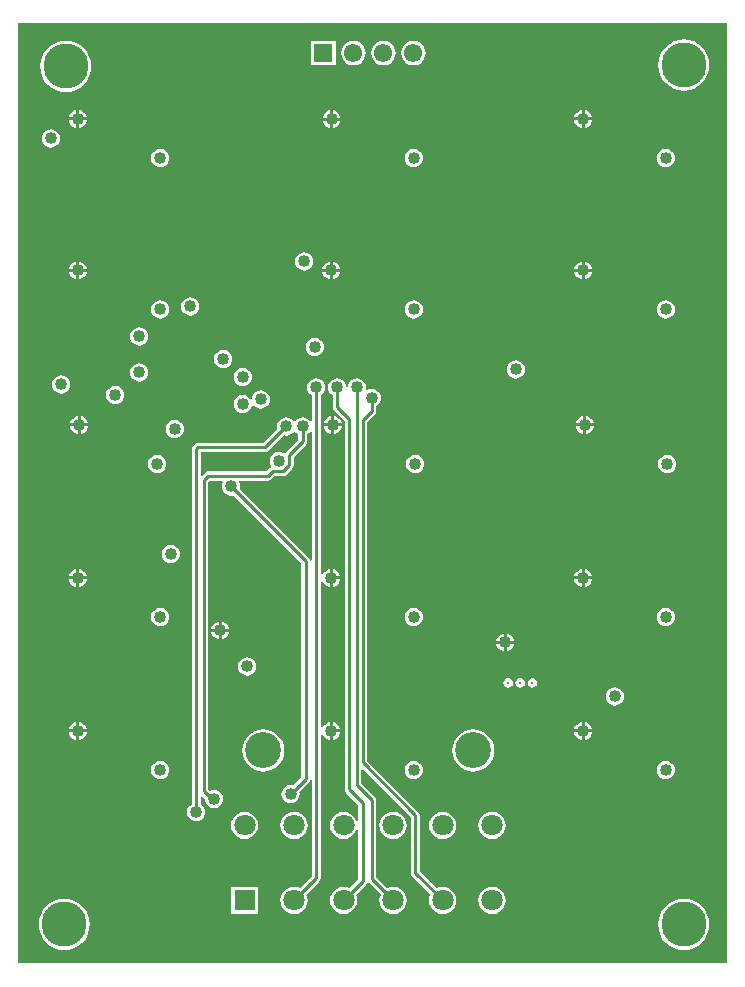
<source format=gbr>
%TF.GenerationSoftware,Altium Limited,Altium Designer,20.0.9 (164)*%
G04 Layer_Physical_Order=2*
G04 Layer_Color=36540*
%FSLAX26Y26*%
%MOIN*%
%TF.FileFunction,Copper,L2,Inr,Signal*%
%TF.Part,Single*%
G01*
G75*
%TA.AperFunction,Conductor*%
%ADD14C,0.010000*%
%TA.AperFunction,ComponentPad*%
%ADD16C,0.070866*%
%ADD17R,0.070866X0.070866*%
%ADD18C,0.119685*%
%ADD19C,0.011811*%
%ADD20R,0.061024X0.061024*%
%ADD21C,0.061024*%
%TA.AperFunction,ViaPad*%
%ADD22C,0.040000*%
%ADD23C,0.150000*%
G36*
X3640000Y5000D02*
X3640381Y4619D01*
X3638467Y0D01*
X1275000D01*
Y3135000D01*
X3640000D01*
Y5000D01*
D02*
G37*
%LPC*%
G36*
X2334264Y3075512D02*
X2253240D01*
Y2994488D01*
X2334264D01*
Y3075512D01*
D02*
G37*
G36*
X2593752Y3075861D02*
X2583176Y3074469D01*
X2573321Y3070387D01*
X2564858Y3063893D01*
X2558365Y3055431D01*
X2554283Y3045576D01*
X2552890Y3035000D01*
X2554283Y3024424D01*
X2558365Y3014569D01*
X2564858Y3006107D01*
X2573321Y2999613D01*
X2583176Y2995531D01*
X2593752Y2994139D01*
X2604327Y2995531D01*
X2614182Y2999613D01*
X2622645Y3006107D01*
X2629139Y3014569D01*
X2633221Y3024424D01*
X2634613Y3035000D01*
X2633221Y3045576D01*
X2629139Y3055431D01*
X2622645Y3063893D01*
X2614182Y3070387D01*
X2604327Y3074469D01*
X2593752Y3075861D01*
D02*
G37*
G36*
X2493752D02*
X2483176Y3074469D01*
X2473321Y3070387D01*
X2464858Y3063893D01*
X2458365Y3055431D01*
X2454283Y3045576D01*
X2452890Y3035000D01*
X2454283Y3024424D01*
X2458365Y3014569D01*
X2464858Y3006107D01*
X2473321Y2999613D01*
X2483176Y2995531D01*
X2493752Y2994139D01*
X2504327Y2995531D01*
X2514182Y2999613D01*
X2522645Y3006107D01*
X2529139Y3014569D01*
X2533221Y3024424D01*
X2534613Y3035000D01*
X2533221Y3045576D01*
X2529139Y3055431D01*
X2522645Y3063893D01*
X2514182Y3070387D01*
X2504327Y3074469D01*
X2493752Y3075861D01*
D02*
G37*
G36*
X2393752D02*
X2383176Y3074469D01*
X2373321Y3070387D01*
X2364858Y3063893D01*
X2358365Y3055431D01*
X2354283Y3045576D01*
X2352890Y3035000D01*
X2354283Y3024424D01*
X2358365Y3014569D01*
X2364858Y3006107D01*
X2373321Y2999613D01*
X2383176Y2995531D01*
X2393752Y2994139D01*
X2404327Y2995531D01*
X2414182Y2999613D01*
X2422645Y3006107D01*
X2429139Y3014569D01*
X2433221Y3024424D01*
X2434613Y3035000D01*
X2433221Y3045576D01*
X2429139Y3055431D01*
X2422645Y3063893D01*
X2414182Y3070387D01*
X2404327Y3074469D01*
X2393752Y3075861D01*
D02*
G37*
G36*
X3495000Y3080411D02*
X3478337Y3078770D01*
X3462314Y3073910D01*
X3447548Y3066017D01*
X3434605Y3055395D01*
X3423983Y3042452D01*
X3416090Y3027686D01*
X3411230Y3011663D01*
X3409589Y2995000D01*
X3411230Y2978337D01*
X3416090Y2962314D01*
X3423983Y2947548D01*
X3434605Y2934605D01*
X3447548Y2923983D01*
X3462314Y2916090D01*
X3478337Y2911230D01*
X3495000Y2909589D01*
X3511663Y2911230D01*
X3527686Y2916090D01*
X3542452Y2923983D01*
X3555395Y2934605D01*
X3566017Y2947548D01*
X3573910Y2962314D01*
X3578770Y2978337D01*
X3580411Y2995000D01*
X3578770Y3011663D01*
X3573910Y3027686D01*
X3566017Y3042452D01*
X3555395Y3055395D01*
X3542452Y3066017D01*
X3527686Y3073910D01*
X3511663Y3078770D01*
X3495000Y3080411D01*
D02*
G37*
G36*
X1435000Y3075411D02*
X1418337Y3073770D01*
X1402314Y3068910D01*
X1387548Y3061017D01*
X1374605Y3050395D01*
X1363983Y3037452D01*
X1356090Y3022686D01*
X1351230Y3006663D01*
X1349589Y2990000D01*
X1351230Y2973337D01*
X1356090Y2957314D01*
X1363983Y2942548D01*
X1374605Y2929605D01*
X1387548Y2918983D01*
X1402314Y2911090D01*
X1418337Y2906230D01*
X1435000Y2904589D01*
X1451663Y2906230D01*
X1467686Y2911090D01*
X1482452Y2918983D01*
X1495395Y2929605D01*
X1506017Y2942548D01*
X1513910Y2957314D01*
X1518770Y2973337D01*
X1520411Y2990000D01*
X1518770Y3006663D01*
X1513910Y3022686D01*
X1506017Y3037452D01*
X1495395Y3050395D01*
X1482452Y3061017D01*
X1467686Y3068910D01*
X1451663Y3073770D01*
X1435000Y3075411D01*
D02*
G37*
G36*
X3165000Y2844601D02*
Y2820000D01*
X3189601D01*
X3189228Y2822832D01*
X3186205Y2830129D01*
X3181396Y2836396D01*
X3175129Y2841205D01*
X3167832Y2844228D01*
X3165000Y2844601D01*
D02*
G37*
G36*
X3155000D02*
X3152168Y2844228D01*
X3144871Y2841205D01*
X3138604Y2836396D01*
X3133795Y2830129D01*
X3130772Y2822832D01*
X3130399Y2820000D01*
X3155000D01*
Y2844601D01*
D02*
G37*
G36*
X1480000D02*
Y2820000D01*
X1504601D01*
X1504228Y2822832D01*
X1501205Y2830129D01*
X1496396Y2836396D01*
X1490129Y2841205D01*
X1482832Y2844228D01*
X1480000Y2844601D01*
D02*
G37*
G36*
X1470000D02*
X1467168Y2844228D01*
X1459871Y2841205D01*
X1453604Y2836396D01*
X1448795Y2830129D01*
X1445772Y2822832D01*
X1445399Y2820000D01*
X1470000D01*
Y2844601D01*
D02*
G37*
G36*
X2325918Y2843683D02*
Y2819082D01*
X2350518D01*
X2350145Y2821914D01*
X2347122Y2829212D01*
X2342314Y2835479D01*
X2336047Y2840287D01*
X2328749Y2843310D01*
X2325918Y2843683D01*
D02*
G37*
G36*
X2315918D02*
X2313086Y2843310D01*
X2305788Y2840287D01*
X2299521Y2835479D01*
X2294713Y2829212D01*
X2291690Y2821914D01*
X2291317Y2819082D01*
X2315918D01*
Y2843683D01*
D02*
G37*
G36*
X3189601Y2810000D02*
X3165000D01*
Y2785399D01*
X3167832Y2785772D01*
X3175129Y2788795D01*
X3181396Y2793604D01*
X3186205Y2799871D01*
X3189228Y2807168D01*
X3189601Y2810000D01*
D02*
G37*
G36*
X3155000D02*
X3130399D01*
X3130772Y2807168D01*
X3133795Y2799871D01*
X3138604Y2793604D01*
X3144871Y2788795D01*
X3152168Y2785772D01*
X3155000Y2785399D01*
Y2810000D01*
D02*
G37*
G36*
X1504601D02*
X1480000D01*
Y2785399D01*
X1482832Y2785772D01*
X1490129Y2788795D01*
X1496396Y2793604D01*
X1501205Y2799871D01*
X1504228Y2807168D01*
X1504601Y2810000D01*
D02*
G37*
G36*
X1470000D02*
X1445399D01*
X1445772Y2807168D01*
X1448795Y2799871D01*
X1453604Y2793604D01*
X1459871Y2788795D01*
X1467168Y2785772D01*
X1470000Y2785399D01*
Y2810000D01*
D02*
G37*
G36*
X2350518Y2809082D02*
X2325918D01*
Y2784482D01*
X2328749Y2784855D01*
X2336047Y2787878D01*
X2342314Y2792686D01*
X2347122Y2798953D01*
X2350145Y2806251D01*
X2350518Y2809082D01*
D02*
G37*
G36*
X2315918D02*
X2291317D01*
X2291690Y2806251D01*
X2294713Y2798953D01*
X2299521Y2792686D01*
X2305788Y2787878D01*
X2313086Y2784855D01*
X2315918Y2784482D01*
Y2809082D01*
D02*
G37*
G36*
X1385000Y2780259D02*
X1377168Y2779228D01*
X1369871Y2776205D01*
X1363604Y2771396D01*
X1358795Y2765129D01*
X1355772Y2757832D01*
X1354741Y2750000D01*
X1355772Y2742168D01*
X1358795Y2734871D01*
X1363604Y2728604D01*
X1369871Y2723795D01*
X1377168Y2720772D01*
X1385000Y2719741D01*
X1392832Y2720772D01*
X1400129Y2723795D01*
X1406396Y2728604D01*
X1411205Y2734871D01*
X1414228Y2742168D01*
X1415259Y2750000D01*
X1414228Y2757832D01*
X1411205Y2765129D01*
X1406396Y2771396D01*
X1400129Y2776205D01*
X1392832Y2779228D01*
X1385000Y2780259D01*
D02*
G37*
G36*
X3435000Y2715259D02*
X3427168Y2714228D01*
X3419871Y2711205D01*
X3413604Y2706396D01*
X3408795Y2700129D01*
X3405772Y2692832D01*
X3404741Y2685000D01*
X3405772Y2677168D01*
X3408795Y2669871D01*
X3413604Y2663604D01*
X3419871Y2658795D01*
X3427168Y2655772D01*
X3435000Y2654741D01*
X3442832Y2655772D01*
X3450129Y2658795D01*
X3456396Y2663604D01*
X3461205Y2669871D01*
X3464228Y2677168D01*
X3465259Y2685000D01*
X3464228Y2692832D01*
X3461205Y2700129D01*
X3456396Y2706396D01*
X3450129Y2711205D01*
X3442832Y2714228D01*
X3435000Y2715259D01*
D02*
G37*
G36*
X2595000D02*
X2587168Y2714228D01*
X2579871Y2711205D01*
X2573604Y2706396D01*
X2568795Y2700129D01*
X2565772Y2692832D01*
X2564741Y2685000D01*
X2565772Y2677168D01*
X2568795Y2669871D01*
X2573604Y2663604D01*
X2579871Y2658795D01*
X2587168Y2655772D01*
X2595000Y2654741D01*
X2602832Y2655772D01*
X2610129Y2658795D01*
X2616396Y2663604D01*
X2621205Y2669871D01*
X2624228Y2677168D01*
X2625259Y2685000D01*
X2624228Y2692832D01*
X2621205Y2700129D01*
X2616396Y2706396D01*
X2610129Y2711205D01*
X2602832Y2714228D01*
X2595000Y2715259D01*
D02*
G37*
G36*
X1750000D02*
X1742168Y2714228D01*
X1734871Y2711205D01*
X1728604Y2706396D01*
X1723795Y2700129D01*
X1720772Y2692832D01*
X1719741Y2685000D01*
X1720772Y2677168D01*
X1723795Y2669871D01*
X1728604Y2663604D01*
X1734871Y2658795D01*
X1742168Y2655772D01*
X1750000Y2654741D01*
X1757832Y2655772D01*
X1765129Y2658795D01*
X1771396Y2663604D01*
X1776205Y2669871D01*
X1779228Y2677168D01*
X1780259Y2685000D01*
X1779228Y2692832D01*
X1776205Y2700129D01*
X1771396Y2706396D01*
X1765129Y2711205D01*
X1757832Y2714228D01*
X1750000Y2715259D01*
D02*
G37*
G36*
X3165000Y2339601D02*
Y2315000D01*
X3189601D01*
X3189228Y2317832D01*
X3186205Y2325129D01*
X3181396Y2331396D01*
X3175129Y2336205D01*
X3167832Y2339228D01*
X3165000Y2339601D01*
D02*
G37*
G36*
X3155000D02*
X3152168Y2339228D01*
X3144871Y2336205D01*
X3138604Y2331396D01*
X3133795Y2325129D01*
X3130772Y2317832D01*
X3130399Y2315000D01*
X3155000D01*
Y2339601D01*
D02*
G37*
G36*
X2325000D02*
Y2315000D01*
X2349601D01*
X2349228Y2317832D01*
X2346205Y2325129D01*
X2341396Y2331396D01*
X2335129Y2336205D01*
X2327832Y2339228D01*
X2325000Y2339601D01*
D02*
G37*
G36*
X2315000D02*
X2312168Y2339228D01*
X2304871Y2336205D01*
X2298604Y2331396D01*
X2293795Y2325129D01*
X2290772Y2317832D01*
X2290399Y2315000D01*
X2315000D01*
Y2339601D01*
D02*
G37*
G36*
X1480000D02*
Y2315000D01*
X1504601D01*
X1504228Y2317832D01*
X1501205Y2325129D01*
X1496396Y2331396D01*
X1490129Y2336205D01*
X1482832Y2339228D01*
X1480000Y2339601D01*
D02*
G37*
G36*
X1470000D02*
X1467168Y2339228D01*
X1459871Y2336205D01*
X1453604Y2331396D01*
X1448795Y2325129D01*
X1445772Y2317832D01*
X1445399Y2315000D01*
X1470000D01*
Y2339601D01*
D02*
G37*
G36*
X2230000Y2370259D02*
X2222168Y2369228D01*
X2214871Y2366205D01*
X2208604Y2361396D01*
X2203795Y2355129D01*
X2200772Y2347832D01*
X2199741Y2340000D01*
X2200772Y2332168D01*
X2203795Y2324871D01*
X2208604Y2318604D01*
X2214871Y2313795D01*
X2222168Y2310772D01*
X2230000Y2309741D01*
X2237832Y2310772D01*
X2245129Y2313795D01*
X2251396Y2318604D01*
X2256205Y2324871D01*
X2259228Y2332168D01*
X2260259Y2340000D01*
X2259228Y2347832D01*
X2256205Y2355129D01*
X2251396Y2361396D01*
X2245129Y2366205D01*
X2237832Y2369228D01*
X2230000Y2370259D01*
D02*
G37*
G36*
X3189601Y2305000D02*
X3165000D01*
Y2280399D01*
X3167832Y2280772D01*
X3175129Y2283795D01*
X3181396Y2288604D01*
X3186205Y2294871D01*
X3189228Y2302168D01*
X3189601Y2305000D01*
D02*
G37*
G36*
X3155000D02*
X3130399D01*
X3130772Y2302168D01*
X3133795Y2294871D01*
X3138604Y2288604D01*
X3144871Y2283795D01*
X3152168Y2280772D01*
X3155000Y2280399D01*
Y2305000D01*
D02*
G37*
G36*
X2349601D02*
X2325000D01*
Y2280399D01*
X2327832Y2280772D01*
X2335129Y2283795D01*
X2341396Y2288604D01*
X2346205Y2294871D01*
X2349228Y2302168D01*
X2349601Y2305000D01*
D02*
G37*
G36*
X2315000D02*
X2290399D01*
X2290772Y2302168D01*
X2293795Y2294871D01*
X2298604Y2288604D01*
X2304871Y2283795D01*
X2312168Y2280772D01*
X2315000Y2280399D01*
Y2305000D01*
D02*
G37*
G36*
X1504601D02*
X1480000D01*
Y2280399D01*
X1482832Y2280772D01*
X1490129Y2283795D01*
X1496396Y2288604D01*
X1501205Y2294871D01*
X1504228Y2302168D01*
X1504601Y2305000D01*
D02*
G37*
G36*
X1470000D02*
X1445399D01*
X1445772Y2302168D01*
X1448795Y2294871D01*
X1453604Y2288604D01*
X1459871Y2283795D01*
X1467168Y2280772D01*
X1470000Y2280399D01*
Y2305000D01*
D02*
G37*
G36*
X1850000Y2220259D02*
X1842168Y2219228D01*
X1834871Y2216205D01*
X1828604Y2211396D01*
X1823795Y2205129D01*
X1820772Y2197832D01*
X1819741Y2190000D01*
X1820772Y2182168D01*
X1823795Y2174871D01*
X1828604Y2168604D01*
X1834871Y2163795D01*
X1842168Y2160772D01*
X1850000Y2159741D01*
X1857832Y2160772D01*
X1865129Y2163795D01*
X1871396Y2168604D01*
X1876205Y2174871D01*
X1879228Y2182168D01*
X1880259Y2190000D01*
X1879228Y2197832D01*
X1876205Y2205129D01*
X1871396Y2211396D01*
X1865129Y2216205D01*
X1857832Y2219228D01*
X1850000Y2220259D01*
D02*
G37*
G36*
X3435000Y2210259D02*
X3427168Y2209228D01*
X3419871Y2206205D01*
X3413604Y2201396D01*
X3408795Y2195129D01*
X3405772Y2187832D01*
X3404741Y2180000D01*
X3405772Y2172168D01*
X3408795Y2164871D01*
X3413604Y2158604D01*
X3419871Y2153795D01*
X3427168Y2150772D01*
X3435000Y2149741D01*
X3442832Y2150772D01*
X3450129Y2153795D01*
X3456396Y2158604D01*
X3461205Y2164871D01*
X3464228Y2172168D01*
X3465259Y2180000D01*
X3464228Y2187832D01*
X3461205Y2195129D01*
X3456396Y2201396D01*
X3450129Y2206205D01*
X3442832Y2209228D01*
X3435000Y2210259D01*
D02*
G37*
G36*
X2595000D02*
X2587168Y2209228D01*
X2579871Y2206205D01*
X2573604Y2201396D01*
X2568795Y2195129D01*
X2565772Y2187832D01*
X2564741Y2180000D01*
X2565772Y2172168D01*
X2568795Y2164871D01*
X2573604Y2158604D01*
X2579871Y2153795D01*
X2587168Y2150772D01*
X2595000Y2149741D01*
X2602832Y2150772D01*
X2610129Y2153795D01*
X2616396Y2158604D01*
X2621205Y2164871D01*
X2624228Y2172168D01*
X2625259Y2180000D01*
X2624228Y2187832D01*
X2621205Y2195129D01*
X2616396Y2201396D01*
X2610129Y2206205D01*
X2602832Y2209228D01*
X2595000Y2210259D01*
D02*
G37*
G36*
X1750000D02*
X1742168Y2209228D01*
X1734871Y2206205D01*
X1728604Y2201396D01*
X1723795Y2195129D01*
X1720772Y2187832D01*
X1719741Y2180000D01*
X1720772Y2172168D01*
X1723795Y2164871D01*
X1728604Y2158604D01*
X1734871Y2153795D01*
X1742168Y2150772D01*
X1750000Y2149741D01*
X1757832Y2150772D01*
X1765129Y2153795D01*
X1771396Y2158604D01*
X1776205Y2164871D01*
X1779228Y2172168D01*
X1780259Y2180000D01*
X1779228Y2187832D01*
X1776205Y2195129D01*
X1771396Y2201396D01*
X1765129Y2206205D01*
X1757832Y2209228D01*
X1750000Y2210259D01*
D02*
G37*
G36*
X1680000Y2120259D02*
X1672168Y2119228D01*
X1664871Y2116205D01*
X1658604Y2111396D01*
X1653795Y2105129D01*
X1650772Y2097832D01*
X1649741Y2090000D01*
X1650772Y2082168D01*
X1653795Y2074871D01*
X1658604Y2068604D01*
X1664871Y2063795D01*
X1672168Y2060772D01*
X1680000Y2059741D01*
X1687832Y2060772D01*
X1695129Y2063795D01*
X1701396Y2068604D01*
X1706205Y2074871D01*
X1709228Y2082168D01*
X1710259Y2090000D01*
X1709228Y2097832D01*
X1706205Y2105129D01*
X1701396Y2111396D01*
X1695129Y2116205D01*
X1687832Y2119228D01*
X1680000Y2120259D01*
D02*
G37*
G36*
X2265000Y2085259D02*
X2257168Y2084228D01*
X2249871Y2081205D01*
X2243604Y2076396D01*
X2238795Y2070129D01*
X2235772Y2062832D01*
X2234741Y2055000D01*
X2235772Y2047168D01*
X2238795Y2039871D01*
X2243604Y2033604D01*
X2249871Y2028795D01*
X2257168Y2025772D01*
X2265000Y2024741D01*
X2272832Y2025772D01*
X2280129Y2028795D01*
X2286396Y2033604D01*
X2291205Y2039871D01*
X2294228Y2047168D01*
X2295259Y2055000D01*
X2294228Y2062832D01*
X2291205Y2070129D01*
X2286396Y2076396D01*
X2280129Y2081205D01*
X2272832Y2084228D01*
X2265000Y2085259D01*
D02*
G37*
G36*
X1960000Y2045259D02*
X1952168Y2044228D01*
X1944871Y2041205D01*
X1938604Y2036396D01*
X1933795Y2030129D01*
X1930772Y2022832D01*
X1929741Y2015000D01*
X1930772Y2007168D01*
X1933795Y1999871D01*
X1938604Y1993604D01*
X1944871Y1988795D01*
X1952168Y1985772D01*
X1960000Y1984741D01*
X1967832Y1985772D01*
X1975129Y1988795D01*
X1981396Y1993604D01*
X1986205Y1999871D01*
X1989228Y2007168D01*
X1990259Y2015000D01*
X1989228Y2022832D01*
X1986205Y2030129D01*
X1981396Y2036396D01*
X1975129Y2041205D01*
X1967832Y2044228D01*
X1960000Y2045259D01*
D02*
G37*
G36*
X2935000Y2010259D02*
X2927168Y2009228D01*
X2919871Y2006205D01*
X2913604Y2001396D01*
X2908795Y1995129D01*
X2905772Y1987832D01*
X2904741Y1980000D01*
X2905772Y1972168D01*
X2908795Y1964871D01*
X2913604Y1958604D01*
X2919871Y1953795D01*
X2927168Y1950772D01*
X2935000Y1949741D01*
X2942832Y1950772D01*
X2950129Y1953795D01*
X2956396Y1958604D01*
X2961205Y1964871D01*
X2964228Y1972168D01*
X2965259Y1980000D01*
X2964228Y1987832D01*
X2961205Y1995129D01*
X2956396Y2001396D01*
X2950129Y2006205D01*
X2942832Y2009228D01*
X2935000Y2010259D01*
D02*
G37*
G36*
X1680000Y2000259D02*
X1672168Y1999228D01*
X1664871Y1996205D01*
X1658604Y1991396D01*
X1653795Y1985129D01*
X1650772Y1977832D01*
X1649741Y1970000D01*
X1650772Y1962168D01*
X1653795Y1954871D01*
X1658604Y1948604D01*
X1664871Y1943795D01*
X1672168Y1940772D01*
X1680000Y1939741D01*
X1687832Y1940772D01*
X1695129Y1943795D01*
X1701396Y1948604D01*
X1706205Y1954871D01*
X1709228Y1962168D01*
X1710259Y1970000D01*
X1709228Y1977832D01*
X1706205Y1985129D01*
X1701396Y1991396D01*
X1695129Y1996205D01*
X1687832Y1999228D01*
X1680000Y2000259D01*
D02*
G37*
G36*
X2025000Y1985259D02*
X2017168Y1984228D01*
X2009871Y1981205D01*
X2003604Y1976396D01*
X1998795Y1970129D01*
X1995772Y1962832D01*
X1994741Y1955000D01*
X1995772Y1947168D01*
X1998795Y1939871D01*
X2003604Y1933604D01*
X2009871Y1928795D01*
X2017168Y1925772D01*
X2025000Y1924741D01*
X2032832Y1925772D01*
X2040129Y1928795D01*
X2046396Y1933604D01*
X2051205Y1939871D01*
X2054228Y1947168D01*
X2055259Y1955000D01*
X2054228Y1962832D01*
X2051205Y1970129D01*
X2046396Y1976396D01*
X2040129Y1981205D01*
X2032832Y1984228D01*
X2025000Y1985259D01*
D02*
G37*
G36*
X2405000Y1950259D02*
X2397168Y1949228D01*
X2389871Y1946205D01*
X2383604Y1941396D01*
X2378795Y1935129D01*
X2375772Y1927832D01*
X2375114Y1922831D01*
X2375021Y1922131D01*
X2369979D01*
X2369886Y1922831D01*
X2369228Y1927832D01*
X2366205Y1935129D01*
X2361396Y1941396D01*
X2355129Y1946205D01*
X2347832Y1949228D01*
X2340000Y1950259D01*
X2332168Y1949228D01*
X2324871Y1946205D01*
X2318604Y1941396D01*
X2313795Y1935129D01*
X2310772Y1927832D01*
X2309741Y1920000D01*
X2310772Y1912168D01*
X2313795Y1904871D01*
X2318604Y1898604D01*
X2324706Y1893921D01*
Y1855000D01*
X2325870Y1849147D01*
X2329186Y1844186D01*
X2364706Y1808665D01*
Y580000D01*
X2365870Y574147D01*
X2369186Y569186D01*
X2409706Y528665D01*
Y474381D01*
X2404706Y473387D01*
X2400760Y482913D01*
X2393478Y492403D01*
X2383987Y499686D01*
X2372935Y504264D01*
X2361075Y505825D01*
X2349214Y504264D01*
X2338162Y499686D01*
X2328671Y492403D01*
X2321389Y482913D01*
X2316811Y471860D01*
X2315250Y460000D01*
X2316811Y448140D01*
X2321389Y437087D01*
X2328671Y427597D01*
X2338162Y420314D01*
X2349214Y415736D01*
X2361075Y414175D01*
X2372935Y415736D01*
X2383987Y420314D01*
X2393478Y427597D01*
X2400760Y437087D01*
X2404706Y446613D01*
X2409706Y445619D01*
Y280260D01*
X2380554Y251108D01*
X2372935Y254264D01*
X2361075Y255825D01*
X2349214Y254264D01*
X2338162Y249686D01*
X2328671Y242403D01*
X2321389Y232912D01*
X2316811Y221860D01*
X2315250Y210000D01*
X2316811Y198140D01*
X2321389Y187088D01*
X2328671Y177597D01*
X2338162Y170314D01*
X2349214Y165736D01*
X2361075Y164175D01*
X2372935Y165736D01*
X2383987Y170314D01*
X2393478Y177597D01*
X2400760Y187088D01*
X2405338Y198140D01*
X2406900Y210000D01*
X2405338Y221860D01*
X2402182Y229479D01*
X2435814Y263111D01*
X2439130Y268073D01*
X2439300Y268927D01*
X2442535Y270045D01*
X2444642Y270158D01*
X2485321Y229479D01*
X2482166Y221860D01*
X2480604Y210000D01*
X2482166Y198140D01*
X2486744Y187088D01*
X2494026Y177597D01*
X2503517Y170314D01*
X2514569Y165736D01*
X2526429Y164175D01*
X2538289Y165736D01*
X2549342Y170314D01*
X2558832Y177597D01*
X2566115Y187088D01*
X2570693Y198140D01*
X2572254Y210000D01*
X2570693Y221860D01*
X2566115Y232912D01*
X2558832Y242403D01*
X2549342Y249686D01*
X2538289Y254264D01*
X2526429Y255825D01*
X2514569Y254264D01*
X2506950Y251108D01*
X2470294Y287764D01*
Y545000D01*
X2469130Y550853D01*
X2465814Y555814D01*
X2420294Y601335D01*
Y646544D01*
X2424913Y648458D01*
X2584706Y488665D01*
Y301390D01*
X2585870Y295537D01*
X2589186Y290575D01*
X2650282Y229479D01*
X2647126Y221860D01*
X2645565Y210000D01*
X2647126Y198140D01*
X2651704Y187088D01*
X2658986Y177597D01*
X2668477Y170314D01*
X2679529Y165736D01*
X2691390Y164175D01*
X2703250Y165736D01*
X2714302Y170314D01*
X2723793Y177597D01*
X2731075Y187088D01*
X2735653Y198140D01*
X2737215Y210000D01*
X2735653Y221860D01*
X2731075Y232912D01*
X2723793Y242403D01*
X2714302Y249686D01*
X2703250Y254264D01*
X2691390Y255825D01*
X2679529Y254264D01*
X2671911Y251108D01*
X2615294Y307725D01*
Y495000D01*
X2614130Y500853D01*
X2610814Y505814D01*
X2440294Y676335D01*
Y1803665D01*
X2465814Y1829186D01*
X2469130Y1834147D01*
X2470294Y1840000D01*
Y1858921D01*
X2476396Y1863604D01*
X2481205Y1869871D01*
X2484228Y1877168D01*
X2485259Y1885000D01*
X2484228Y1892832D01*
X2481205Y1900129D01*
X2476396Y1906396D01*
X2470129Y1911205D01*
X2462832Y1914228D01*
X2455000Y1915259D01*
X2447168Y1914228D01*
X2439871Y1911205D01*
X2438847Y1910420D01*
X2436978Y1911127D01*
X2434376Y1913291D01*
X2435259Y1920000D01*
X2434228Y1927832D01*
X2431205Y1935129D01*
X2426396Y1941396D01*
X2420129Y1946205D01*
X2412832Y1949228D01*
X2405000Y1950259D01*
D02*
G37*
G36*
X1420000Y1960259D02*
X1412168Y1959228D01*
X1404871Y1956205D01*
X1398604Y1951396D01*
X1393795Y1945129D01*
X1390772Y1937832D01*
X1389741Y1930000D01*
X1390772Y1922168D01*
X1393795Y1914871D01*
X1398604Y1908604D01*
X1404871Y1903795D01*
X1412168Y1900772D01*
X1420000Y1899741D01*
X1427832Y1900772D01*
X1435129Y1903795D01*
X1441396Y1908604D01*
X1446205Y1914871D01*
X1449228Y1922168D01*
X1450259Y1930000D01*
X1449228Y1937832D01*
X1446205Y1945129D01*
X1441396Y1951396D01*
X1435129Y1956205D01*
X1427832Y1959228D01*
X1420000Y1960259D01*
D02*
G37*
G36*
X2085000Y1910259D02*
X2077168Y1909228D01*
X2069871Y1906205D01*
X2063604Y1901396D01*
X2058795Y1895129D01*
X2055772Y1887832D01*
X2055161Y1883188D01*
X2049933Y1881787D01*
X2046396Y1886396D01*
X2040129Y1891205D01*
X2032832Y1894228D01*
X2025000Y1895259D01*
X2017168Y1894228D01*
X2009871Y1891205D01*
X2003604Y1886396D01*
X1998795Y1880129D01*
X1995772Y1872832D01*
X1994741Y1865000D01*
X1995772Y1857168D01*
X1998795Y1849871D01*
X2003604Y1843604D01*
X2009871Y1838795D01*
X2017168Y1835772D01*
X2025000Y1834741D01*
X2032832Y1835772D01*
X2040129Y1838795D01*
X2046396Y1843604D01*
X2051205Y1849871D01*
X2054228Y1857168D01*
X2054839Y1861812D01*
X2060067Y1863213D01*
X2063604Y1858604D01*
X2069871Y1853795D01*
X2077168Y1850772D01*
X2085000Y1849741D01*
X2092832Y1850772D01*
X2100129Y1853795D01*
X2106396Y1858604D01*
X2111205Y1864871D01*
X2114228Y1872168D01*
X2115259Y1880000D01*
X2114228Y1887832D01*
X2111205Y1895129D01*
X2106396Y1901396D01*
X2100129Y1906205D01*
X2092832Y1909228D01*
X2085000Y1910259D01*
D02*
G37*
G36*
X1600000Y1925259D02*
X1592168Y1924228D01*
X1584871Y1921205D01*
X1578604Y1916396D01*
X1573795Y1910129D01*
X1570772Y1902832D01*
X1569741Y1895000D01*
X1570772Y1887168D01*
X1573795Y1879871D01*
X1578604Y1873604D01*
X1584871Y1868795D01*
X1592168Y1865772D01*
X1600000Y1864741D01*
X1607832Y1865772D01*
X1615129Y1868795D01*
X1621396Y1873604D01*
X1626205Y1879871D01*
X1629228Y1887168D01*
X1630259Y1895000D01*
X1629228Y1902832D01*
X1626205Y1910129D01*
X1621396Y1916396D01*
X1615129Y1921205D01*
X1607832Y1924228D01*
X1600000Y1925259D01*
D02*
G37*
G36*
X2270000Y1950259D02*
X2262168Y1949228D01*
X2254871Y1946205D01*
X2248604Y1941396D01*
X2243795Y1935129D01*
X2240772Y1927832D01*
X2239741Y1920000D01*
X2240772Y1912168D01*
X2243795Y1904871D01*
X2248604Y1898604D01*
X2254706Y1893921D01*
Y1808780D01*
X2249706Y1807083D01*
X2246396Y1811396D01*
X2240129Y1816205D01*
X2232832Y1819228D01*
X2225000Y1820259D01*
X2217168Y1819228D01*
X2209871Y1816205D01*
X2203604Y1811396D01*
X2200507Y1807360D01*
X2200288Y1807247D01*
X2194712D01*
X2194493Y1807360D01*
X2191396Y1811396D01*
X2185129Y1816205D01*
X2177832Y1819228D01*
X2170000Y1820259D01*
X2162168Y1819228D01*
X2154871Y1816205D01*
X2148604Y1811396D01*
X2143795Y1805129D01*
X2140772Y1797832D01*
X2139741Y1790000D01*
X2140745Y1782374D01*
X2093665Y1735294D01*
X1875858D01*
X1870005Y1734130D01*
X1865043Y1730814D01*
X1859186Y1724956D01*
X1855870Y1719995D01*
X1854706Y1714142D01*
Y531079D01*
X1848604Y526396D01*
X1843795Y520130D01*
X1840772Y512832D01*
X1839741Y505000D01*
X1840772Y497168D01*
X1843795Y489871D01*
X1848604Y483604D01*
X1854870Y478795D01*
X1862168Y475772D01*
X1870000Y474741D01*
X1877832Y475772D01*
X1885129Y478795D01*
X1891396Y483604D01*
X1896205Y489871D01*
X1899228Y497168D01*
X1900259Y505000D01*
X1899228Y512832D01*
X1896205Y520130D01*
X1891396Y526396D01*
X1885294Y531079D01*
Y556544D01*
X1889913Y558458D01*
X1898912Y549459D01*
X1898871Y549147D01*
X1899902Y541316D01*
X1902925Y534018D01*
X1907733Y527751D01*
X1914000Y522942D01*
X1921298Y519919D01*
X1929130Y518888D01*
X1936961Y519919D01*
X1944259Y522942D01*
X1950526Y527751D01*
X1955335Y534018D01*
X1958358Y541316D01*
X1959389Y549147D01*
X1958358Y556979D01*
X1955335Y564277D01*
X1950526Y570544D01*
X1944259Y575352D01*
X1936961Y578375D01*
X1929130Y579406D01*
X1921298Y578375D01*
X1915610Y576019D01*
X1910294Y581335D01*
Y1603665D01*
X1916335Y1609706D01*
X1956654D01*
X1957319Y1608359D01*
X1958620Y1604706D01*
X1955772Y1597832D01*
X1954741Y1590000D01*
X1955772Y1582168D01*
X1958795Y1574871D01*
X1963604Y1568604D01*
X1969871Y1563795D01*
X1977168Y1560772D01*
X1985000Y1559741D01*
X1992626Y1560745D01*
X2219706Y1333665D01*
Y621335D01*
X2191812Y593441D01*
X2184186Y594444D01*
X2176354Y593413D01*
X2169056Y590391D01*
X2162789Y585582D01*
X2157981Y579315D01*
X2154958Y572017D01*
X2153927Y564186D01*
X2154958Y556354D01*
X2157981Y549056D01*
X2162789Y542789D01*
X2169056Y537981D01*
X2176354Y534958D01*
X2184186Y533927D01*
X2192017Y534958D01*
X2199315Y537981D01*
X2205582Y542789D01*
X2210391Y549056D01*
X2213414Y556354D01*
X2214445Y564186D01*
X2213441Y571812D01*
X2245814Y604186D01*
X2249130Y609147D01*
X2249706Y612045D01*
X2254706Y611553D01*
Y290221D01*
X2215593Y251108D01*
X2207974Y254264D01*
X2196114Y255825D01*
X2184254Y254264D01*
X2173202Y249686D01*
X2163711Y242403D01*
X2156428Y232912D01*
X2151851Y221860D01*
X2150289Y210000D01*
X2151851Y198140D01*
X2156428Y187088D01*
X2163711Y177597D01*
X2173202Y170314D01*
X2184254Y165736D01*
X2196114Y164175D01*
X2207974Y165736D01*
X2219027Y170314D01*
X2228517Y177597D01*
X2235800Y187088D01*
X2240378Y198140D01*
X2241939Y210000D01*
X2240378Y221860D01*
X2237222Y229479D01*
X2280814Y273072D01*
X2284130Y278033D01*
X2285294Y283886D01*
Y770473D01*
X2290294Y770801D01*
X2290772Y767168D01*
X2293795Y759871D01*
X2298604Y753604D01*
X2304871Y748795D01*
X2312168Y745772D01*
X2315000Y745399D01*
Y775000D01*
Y804601D01*
X2312168Y804228D01*
X2304871Y801205D01*
X2298604Y796396D01*
X2293795Y790129D01*
X2290772Y782832D01*
X2290294Y779199D01*
X2285294Y779527D01*
Y1280473D01*
X2290294Y1280801D01*
X2290772Y1277168D01*
X2293795Y1269871D01*
X2298604Y1263604D01*
X2304871Y1258795D01*
X2312168Y1255772D01*
X2315000Y1255399D01*
Y1285000D01*
Y1314601D01*
X2312168Y1314228D01*
X2304871Y1311205D01*
X2298604Y1306396D01*
X2293795Y1300129D01*
X2290772Y1292832D01*
X2290294Y1289199D01*
X2285294Y1289527D01*
Y1893921D01*
X2291396Y1898604D01*
X2296205Y1904871D01*
X2299228Y1912168D01*
X2300259Y1920000D01*
X2299228Y1927832D01*
X2296205Y1935129D01*
X2291396Y1941396D01*
X2285129Y1946205D01*
X2277832Y1949228D01*
X2270000Y1950259D01*
D02*
G37*
G36*
X3170000Y1824601D02*
Y1800000D01*
X3194601D01*
X3194228Y1802832D01*
X3191205Y1810129D01*
X3186396Y1816396D01*
X3180129Y1821205D01*
X3172832Y1824228D01*
X3170000Y1824601D01*
D02*
G37*
G36*
X3160000D02*
X3157168Y1824228D01*
X3149871Y1821205D01*
X3143604Y1816396D01*
X3138795Y1810129D01*
X3135772Y1802832D01*
X3135399Y1800000D01*
X3160000D01*
Y1824601D01*
D02*
G37*
G36*
X2330000D02*
Y1800000D01*
X2354601D01*
X2354228Y1802832D01*
X2351205Y1810129D01*
X2346396Y1816396D01*
X2340129Y1821205D01*
X2332832Y1824228D01*
X2330000Y1824601D01*
D02*
G37*
G36*
X2320000D02*
X2317168Y1824228D01*
X2309871Y1821205D01*
X2303604Y1816396D01*
X2298795Y1810129D01*
X2295772Y1802832D01*
X2295399Y1800000D01*
X2320000D01*
Y1824601D01*
D02*
G37*
G36*
X1485000D02*
Y1800000D01*
X1509601D01*
X1509228Y1802832D01*
X1506205Y1810129D01*
X1501396Y1816396D01*
X1495129Y1821205D01*
X1487832Y1824228D01*
X1485000Y1824601D01*
D02*
G37*
G36*
X1475000D02*
X1472168Y1824228D01*
X1464871Y1821205D01*
X1458604Y1816396D01*
X1453795Y1810129D01*
X1450772Y1802832D01*
X1450399Y1800000D01*
X1475000D01*
Y1824601D01*
D02*
G37*
G36*
X3194601Y1790000D02*
X3170000D01*
Y1765399D01*
X3172832Y1765772D01*
X3180129Y1768795D01*
X3186396Y1773604D01*
X3191205Y1779871D01*
X3194228Y1787168D01*
X3194601Y1790000D01*
D02*
G37*
G36*
X3160000D02*
X3135399D01*
X3135772Y1787168D01*
X3138795Y1779871D01*
X3143604Y1773604D01*
X3149871Y1768795D01*
X3157168Y1765772D01*
X3160000Y1765399D01*
Y1790000D01*
D02*
G37*
G36*
X2354601D02*
X2330000D01*
Y1765399D01*
X2332832Y1765772D01*
X2340129Y1768795D01*
X2346396Y1773604D01*
X2351205Y1779871D01*
X2354228Y1787168D01*
X2354601Y1790000D01*
D02*
G37*
G36*
X2320000D02*
X2295399D01*
X2295772Y1787168D01*
X2298795Y1779871D01*
X2303604Y1773604D01*
X2309871Y1768795D01*
X2317168Y1765772D01*
X2320000Y1765399D01*
Y1790000D01*
D02*
G37*
G36*
X1509601D02*
X1485000D01*
Y1765399D01*
X1487832Y1765772D01*
X1495129Y1768795D01*
X1501396Y1773604D01*
X1506205Y1779871D01*
X1509228Y1787168D01*
X1509601Y1790000D01*
D02*
G37*
G36*
X1475000D02*
X1450399D01*
X1450772Y1787168D01*
X1453795Y1779871D01*
X1458604Y1773604D01*
X1464871Y1768795D01*
X1472168Y1765772D01*
X1475000Y1765399D01*
Y1790000D01*
D02*
G37*
G36*
X1798458Y1811801D02*
X1790627Y1810770D01*
X1783329Y1807747D01*
X1777062Y1802938D01*
X1772253Y1796671D01*
X1769230Y1789373D01*
X1768199Y1781542D01*
X1769230Y1773710D01*
X1772253Y1766412D01*
X1777062Y1760145D01*
X1783329Y1755337D01*
X1790627Y1752314D01*
X1798458Y1751283D01*
X1806290Y1752314D01*
X1813588Y1755337D01*
X1819855Y1760145D01*
X1824663Y1766412D01*
X1827686Y1773710D01*
X1828717Y1781542D01*
X1827686Y1789373D01*
X1824663Y1796671D01*
X1819855Y1802938D01*
X1813588Y1807747D01*
X1806290Y1810770D01*
X1798458Y1811801D01*
D02*
G37*
G36*
X3440000Y1695259D02*
X3432168Y1694228D01*
X3424871Y1691205D01*
X3418604Y1686396D01*
X3413795Y1680129D01*
X3410772Y1672832D01*
X3409741Y1665000D01*
X3410772Y1657168D01*
X3413795Y1649871D01*
X3418604Y1643604D01*
X3424871Y1638795D01*
X3432168Y1635772D01*
X3440000Y1634741D01*
X3447832Y1635772D01*
X3455129Y1638795D01*
X3461396Y1643604D01*
X3466205Y1649871D01*
X3469228Y1657168D01*
X3470259Y1665000D01*
X3469228Y1672832D01*
X3466205Y1680129D01*
X3461396Y1686396D01*
X3455129Y1691205D01*
X3447832Y1694228D01*
X3440000Y1695259D01*
D02*
G37*
G36*
X2600000D02*
X2592168Y1694228D01*
X2584871Y1691205D01*
X2578604Y1686396D01*
X2573795Y1680129D01*
X2570772Y1672832D01*
X2569741Y1665000D01*
X2570772Y1657168D01*
X2573795Y1649871D01*
X2578604Y1643604D01*
X2584871Y1638795D01*
X2592168Y1635772D01*
X2600000Y1634741D01*
X2607832Y1635772D01*
X2615129Y1638795D01*
X2621396Y1643604D01*
X2626205Y1649871D01*
X2629228Y1657168D01*
X2630259Y1665000D01*
X2629228Y1672832D01*
X2626205Y1680129D01*
X2621396Y1686396D01*
X2615129Y1691205D01*
X2607832Y1694228D01*
X2600000Y1695259D01*
D02*
G37*
G36*
X1740000D02*
X1732168Y1694228D01*
X1724871Y1691205D01*
X1718604Y1686396D01*
X1713795Y1680129D01*
X1710772Y1672832D01*
X1709741Y1665000D01*
X1710772Y1657168D01*
X1713795Y1649871D01*
X1718604Y1643604D01*
X1724871Y1638795D01*
X1732168Y1635772D01*
X1740000Y1634741D01*
X1747832Y1635772D01*
X1755129Y1638795D01*
X1761396Y1643604D01*
X1766205Y1649871D01*
X1769228Y1657168D01*
X1770259Y1665000D01*
X1769228Y1672832D01*
X1766205Y1680129D01*
X1761396Y1686396D01*
X1755129Y1691205D01*
X1747832Y1694228D01*
X1740000Y1695259D01*
D02*
G37*
G36*
X1785000Y1395259D02*
X1777168Y1394228D01*
X1769871Y1391205D01*
X1763604Y1386396D01*
X1758795Y1380129D01*
X1755772Y1372832D01*
X1754741Y1365000D01*
X1755772Y1357168D01*
X1758795Y1349871D01*
X1763604Y1343604D01*
X1769871Y1338795D01*
X1777168Y1335772D01*
X1785000Y1334741D01*
X1792832Y1335772D01*
X1800129Y1338795D01*
X1806396Y1343604D01*
X1811205Y1349871D01*
X1814228Y1357168D01*
X1815259Y1365000D01*
X1814228Y1372832D01*
X1811205Y1380129D01*
X1806396Y1386396D01*
X1800129Y1391205D01*
X1792832Y1394228D01*
X1785000Y1395259D01*
D02*
G37*
G36*
X3165000Y1314601D02*
Y1290000D01*
X3189601D01*
X3189228Y1292832D01*
X3186205Y1300129D01*
X3181396Y1306396D01*
X3175129Y1311205D01*
X3167832Y1314228D01*
X3165000Y1314601D01*
D02*
G37*
G36*
X3155000D02*
X3152168Y1314228D01*
X3144871Y1311205D01*
X3138604Y1306396D01*
X3133795Y1300129D01*
X3130772Y1292832D01*
X3130399Y1290000D01*
X3155000D01*
Y1314601D01*
D02*
G37*
G36*
X2325000D02*
Y1290000D01*
X2349601D01*
X2349228Y1292832D01*
X2346205Y1300129D01*
X2341396Y1306396D01*
X2335129Y1311205D01*
X2327832Y1314228D01*
X2325000Y1314601D01*
D02*
G37*
G36*
X1480000D02*
Y1290000D01*
X1504601D01*
X1504228Y1292832D01*
X1501205Y1300129D01*
X1496396Y1306396D01*
X1490129Y1311205D01*
X1482832Y1314228D01*
X1480000Y1314601D01*
D02*
G37*
G36*
X1470000D02*
X1467168Y1314228D01*
X1459871Y1311205D01*
X1453604Y1306396D01*
X1448795Y1300129D01*
X1445772Y1292832D01*
X1445399Y1290000D01*
X1470000D01*
Y1314601D01*
D02*
G37*
G36*
X3189601Y1280000D02*
X3165000D01*
Y1255399D01*
X3167832Y1255772D01*
X3175129Y1258795D01*
X3181396Y1263604D01*
X3186205Y1269871D01*
X3189228Y1277168D01*
X3189601Y1280000D01*
D02*
G37*
G36*
X3155000D02*
X3130399D01*
X3130772Y1277168D01*
X3133795Y1269871D01*
X3138604Y1263604D01*
X3144871Y1258795D01*
X3152168Y1255772D01*
X3155000Y1255399D01*
Y1280000D01*
D02*
G37*
G36*
X2349601D02*
X2325000D01*
Y1255399D01*
X2327832Y1255772D01*
X2335129Y1258795D01*
X2341396Y1263604D01*
X2346205Y1269871D01*
X2349228Y1277168D01*
X2349601Y1280000D01*
D02*
G37*
G36*
X1504601D02*
X1480000D01*
Y1255399D01*
X1482832Y1255772D01*
X1490129Y1258795D01*
X1496396Y1263604D01*
X1501205Y1269871D01*
X1504228Y1277168D01*
X1504601Y1280000D01*
D02*
G37*
G36*
X1470000D02*
X1445399D01*
X1445772Y1277168D01*
X1448795Y1269871D01*
X1453604Y1263604D01*
X1459871Y1258795D01*
X1467168Y1255772D01*
X1470000Y1255399D01*
Y1280000D01*
D02*
G37*
G36*
X3435000Y1185259D02*
X3427168Y1184228D01*
X3419871Y1181205D01*
X3413604Y1176396D01*
X3408795Y1170129D01*
X3405772Y1162832D01*
X3404741Y1155000D01*
X3405772Y1147168D01*
X3408795Y1139871D01*
X3413604Y1133604D01*
X3419871Y1128795D01*
X3427168Y1125772D01*
X3435000Y1124741D01*
X3442832Y1125772D01*
X3450129Y1128795D01*
X3456396Y1133604D01*
X3461205Y1139871D01*
X3464228Y1147168D01*
X3465259Y1155000D01*
X3464228Y1162832D01*
X3461205Y1170129D01*
X3456396Y1176396D01*
X3450129Y1181205D01*
X3442832Y1184228D01*
X3435000Y1185259D01*
D02*
G37*
G36*
X2595000D02*
X2587168Y1184228D01*
X2579871Y1181205D01*
X2573604Y1176396D01*
X2568795Y1170129D01*
X2565772Y1162832D01*
X2564741Y1155000D01*
X2565772Y1147168D01*
X2568795Y1139871D01*
X2573604Y1133604D01*
X2579871Y1128795D01*
X2587168Y1125772D01*
X2595000Y1124741D01*
X2602832Y1125772D01*
X2610129Y1128795D01*
X2616396Y1133604D01*
X2621205Y1139871D01*
X2624228Y1147168D01*
X2625259Y1155000D01*
X2624228Y1162832D01*
X2621205Y1170129D01*
X2616396Y1176396D01*
X2610129Y1181205D01*
X2602832Y1184228D01*
X2595000Y1185259D01*
D02*
G37*
G36*
X1750000D02*
X1742168Y1184228D01*
X1734871Y1181205D01*
X1728604Y1176396D01*
X1723795Y1170129D01*
X1720772Y1162832D01*
X1719741Y1155000D01*
X1720772Y1147168D01*
X1723795Y1139871D01*
X1728604Y1133604D01*
X1734871Y1128795D01*
X1742168Y1125772D01*
X1750000Y1124741D01*
X1757832Y1125772D01*
X1765129Y1128795D01*
X1771396Y1133604D01*
X1776205Y1139871D01*
X1779228Y1147168D01*
X1780259Y1155000D01*
X1779228Y1162832D01*
X1776205Y1170129D01*
X1771396Y1176396D01*
X1765129Y1181205D01*
X1757832Y1184228D01*
X1750000Y1185259D01*
D02*
G37*
G36*
X1955000Y1139601D02*
Y1115000D01*
X1979601D01*
X1979228Y1117832D01*
X1976205Y1125129D01*
X1971396Y1131396D01*
X1965129Y1136205D01*
X1957832Y1139228D01*
X1955000Y1139601D01*
D02*
G37*
G36*
X1945000D02*
X1942168Y1139228D01*
X1934871Y1136205D01*
X1928604Y1131396D01*
X1923795Y1125129D01*
X1920772Y1117832D01*
X1920399Y1115000D01*
X1945000D01*
Y1139601D01*
D02*
G37*
G36*
X1979601Y1105000D02*
X1955000D01*
Y1080399D01*
X1957832Y1080772D01*
X1965129Y1083795D01*
X1971396Y1088604D01*
X1976205Y1094871D01*
X1979228Y1102168D01*
X1979601Y1105000D01*
D02*
G37*
G36*
X1945000D02*
X1920399D01*
X1920772Y1102168D01*
X1923795Y1094871D01*
X1928604Y1088604D01*
X1934871Y1083795D01*
X1942168Y1080772D01*
X1945000Y1080399D01*
Y1105000D01*
D02*
G37*
G36*
X2905000Y1099601D02*
Y1075000D01*
X2929601D01*
X2929228Y1077832D01*
X2926205Y1085129D01*
X2921396Y1091396D01*
X2915129Y1096205D01*
X2907832Y1099228D01*
X2905000Y1099601D01*
D02*
G37*
G36*
X2895000D02*
X2892168Y1099228D01*
X2884871Y1096205D01*
X2878604Y1091396D01*
X2873795Y1085129D01*
X2870772Y1077832D01*
X2870399Y1075000D01*
X2895000D01*
Y1099601D01*
D02*
G37*
G36*
X2929601Y1065000D02*
X2905000D01*
Y1040399D01*
X2907832Y1040772D01*
X2915129Y1043795D01*
X2921396Y1048604D01*
X2926205Y1054871D01*
X2929228Y1062168D01*
X2929601Y1065000D01*
D02*
G37*
G36*
X2895000D02*
X2870399D01*
X2870772Y1062168D01*
X2873795Y1054871D01*
X2878604Y1048604D01*
X2884871Y1043795D01*
X2892168Y1040772D01*
X2895000Y1040399D01*
Y1065000D01*
D02*
G37*
G36*
X2040000Y1020259D02*
X2032168Y1019228D01*
X2024871Y1016205D01*
X2018604Y1011396D01*
X2013795Y1005129D01*
X2010772Y997832D01*
X2009741Y990000D01*
X2010772Y982168D01*
X2013795Y974871D01*
X2018604Y968604D01*
X2024871Y963795D01*
X2032168Y960772D01*
X2040000Y959741D01*
X2047832Y960772D01*
X2055129Y963795D01*
X2061396Y968604D01*
X2066205Y974871D01*
X2069228Y982168D01*
X2070259Y990000D01*
X2069228Y997832D01*
X2066205Y1005129D01*
X2061396Y1011396D01*
X2055129Y1016205D01*
X2047832Y1019228D01*
X2040000Y1020259D01*
D02*
G37*
G36*
X2990551Y951217D02*
X2984345Y949983D01*
X2979084Y946467D01*
X2975569Y941206D01*
X2974334Y935000D01*
X2975569Y928794D01*
X2979084Y923533D01*
X2984345Y920017D01*
X2990551Y918783D01*
X2996757Y920017D01*
X3002018Y923533D01*
X3005534Y928794D01*
X3006768Y935000D01*
X3005534Y941206D01*
X3002018Y946467D01*
X2996757Y949983D01*
X2990551Y951217D01*
D02*
G37*
G36*
X2950000D02*
X2943794Y949983D01*
X2938533Y946467D01*
X2935017Y941206D01*
X2933783Y935000D01*
X2935017Y928794D01*
X2938533Y923533D01*
X2943794Y920017D01*
X2950000Y918783D01*
X2956206Y920017D01*
X2961467Y923533D01*
X2964983Y928794D01*
X2966217Y935000D01*
X2964983Y941206D01*
X2961467Y946467D01*
X2956206Y949983D01*
X2950000Y951217D01*
D02*
G37*
G36*
X2909449D02*
X2903243Y949983D01*
X2897982Y946467D01*
X2894466Y941206D01*
X2893232Y935000D01*
X2894466Y928794D01*
X2897982Y923533D01*
X2903243Y920017D01*
X2909449Y918783D01*
X2915655Y920017D01*
X2920916Y923533D01*
X2924431Y928794D01*
X2925666Y935000D01*
X2924431Y941206D01*
X2920916Y946467D01*
X2915655Y949983D01*
X2909449Y951217D01*
D02*
G37*
G36*
X3265000Y920259D02*
X3257168Y919228D01*
X3249871Y916205D01*
X3243604Y911396D01*
X3238795Y905129D01*
X3235772Y897832D01*
X3234741Y890000D01*
X3235772Y882168D01*
X3238795Y874871D01*
X3243604Y868604D01*
X3249871Y863795D01*
X3257168Y860772D01*
X3265000Y859741D01*
X3272832Y860772D01*
X3280129Y863795D01*
X3286396Y868604D01*
X3291205Y874871D01*
X3294228Y882168D01*
X3295259Y890000D01*
X3294228Y897832D01*
X3291205Y905129D01*
X3286396Y911396D01*
X3280129Y916205D01*
X3272832Y919228D01*
X3265000Y920259D01*
D02*
G37*
G36*
X3165000Y804601D02*
Y780000D01*
X3189601D01*
X3189228Y782832D01*
X3186205Y790129D01*
X3181396Y796396D01*
X3175129Y801205D01*
X3167832Y804228D01*
X3165000Y804601D01*
D02*
G37*
G36*
X3155000D02*
X3152168Y804228D01*
X3144871Y801205D01*
X3138604Y796396D01*
X3133795Y790129D01*
X3130772Y782832D01*
X3130399Y780000D01*
X3155000D01*
Y804601D01*
D02*
G37*
G36*
X2325000D02*
Y780000D01*
X2349601D01*
X2349228Y782832D01*
X2346205Y790129D01*
X2341396Y796396D01*
X2335129Y801205D01*
X2327832Y804228D01*
X2325000Y804601D01*
D02*
G37*
G36*
X1480000D02*
Y780000D01*
X1504601D01*
X1504228Y782832D01*
X1501205Y790129D01*
X1496396Y796396D01*
X1490129Y801205D01*
X1482832Y804228D01*
X1480000Y804601D01*
D02*
G37*
G36*
X1470000D02*
X1467168Y804228D01*
X1459871Y801205D01*
X1453604Y796396D01*
X1448795Y790129D01*
X1445772Y782832D01*
X1445399Y780000D01*
X1470000D01*
Y804601D01*
D02*
G37*
G36*
X3189601Y770000D02*
X3165000D01*
Y745399D01*
X3167832Y745772D01*
X3175129Y748795D01*
X3181396Y753604D01*
X3186205Y759871D01*
X3189228Y767168D01*
X3189601Y770000D01*
D02*
G37*
G36*
X3155000D02*
X3130399D01*
X3130772Y767168D01*
X3133795Y759871D01*
X3138604Y753604D01*
X3144871Y748795D01*
X3152168Y745772D01*
X3155000Y745399D01*
Y770000D01*
D02*
G37*
G36*
X2349601D02*
X2325000D01*
Y745399D01*
X2327832Y745772D01*
X2335129Y748795D01*
X2341396Y753604D01*
X2346205Y759871D01*
X2349228Y767168D01*
X2349601Y770000D01*
D02*
G37*
G36*
X1504601D02*
X1480000D01*
Y745399D01*
X1482832Y745772D01*
X1490129Y748795D01*
X1496396Y753604D01*
X1501205Y759871D01*
X1504228Y767168D01*
X1504601Y770000D01*
D02*
G37*
G36*
X1470000D02*
X1445399D01*
X1445772Y767168D01*
X1448795Y759871D01*
X1453604Y753604D01*
X1459871Y748795D01*
X1467168Y745772D01*
X1470000Y745399D01*
Y770000D01*
D02*
G37*
G36*
X2793752Y780180D02*
X2780060Y778832D01*
X2766895Y774838D01*
X2754762Y768353D01*
X2744127Y759625D01*
X2735399Y748990D01*
X2728914Y736857D01*
X2724920Y723692D01*
X2723572Y710000D01*
X2724920Y696308D01*
X2728914Y683143D01*
X2735399Y671010D01*
X2744127Y660375D01*
X2754762Y651647D01*
X2766895Y645162D01*
X2780060Y641168D01*
X2793752Y639820D01*
X2807443Y641168D01*
X2820609Y645162D01*
X2832742Y651647D01*
X2843377Y660375D01*
X2852105Y671010D01*
X2858590Y683143D01*
X2862584Y696308D01*
X2863932Y710000D01*
X2862584Y723692D01*
X2858590Y736857D01*
X2852105Y748990D01*
X2843377Y759625D01*
X2832742Y768353D01*
X2820609Y774838D01*
X2807443Y778832D01*
X2793752Y780180D01*
D02*
G37*
G36*
X2093752D02*
X2080060Y778832D01*
X2066895Y774838D01*
X2054762Y768353D01*
X2044127Y759625D01*
X2035399Y748990D01*
X2028914Y736857D01*
X2024920Y723692D01*
X2023572Y710000D01*
X2024920Y696308D01*
X2028914Y683143D01*
X2035399Y671010D01*
X2044127Y660375D01*
X2054762Y651647D01*
X2066895Y645162D01*
X2080060Y641168D01*
X2093752Y639820D01*
X2107443Y641168D01*
X2120609Y645162D01*
X2132742Y651647D01*
X2143377Y660375D01*
X2152105Y671010D01*
X2158590Y683143D01*
X2162584Y696308D01*
X2163932Y710000D01*
X2162584Y723692D01*
X2158590Y736857D01*
X2152105Y748990D01*
X2143377Y759625D01*
X2132742Y768353D01*
X2120609Y774838D01*
X2107443Y778832D01*
X2093752Y780180D01*
D02*
G37*
G36*
X3435000Y675259D02*
X3427168Y674228D01*
X3419871Y671205D01*
X3413604Y666396D01*
X3408795Y660129D01*
X3405772Y652832D01*
X3404741Y645000D01*
X3405772Y637168D01*
X3408795Y629871D01*
X3413604Y623604D01*
X3419871Y618795D01*
X3427168Y615772D01*
X3435000Y614741D01*
X3442832Y615772D01*
X3450129Y618795D01*
X3456396Y623604D01*
X3461205Y629871D01*
X3464228Y637168D01*
X3465259Y645000D01*
X3464228Y652832D01*
X3461205Y660129D01*
X3456396Y666396D01*
X3450129Y671205D01*
X3442832Y674228D01*
X3435000Y675259D01*
D02*
G37*
G36*
X2595000D02*
X2587168Y674228D01*
X2579871Y671205D01*
X2573604Y666396D01*
X2568795Y660129D01*
X2565772Y652832D01*
X2564741Y645000D01*
X2565772Y637168D01*
X2568795Y629871D01*
X2573604Y623604D01*
X2579871Y618795D01*
X2587168Y615772D01*
X2595000Y614741D01*
X2602832Y615772D01*
X2610129Y618795D01*
X2616396Y623604D01*
X2621205Y629871D01*
X2624228Y637168D01*
X2625259Y645000D01*
X2624228Y652832D01*
X2621205Y660129D01*
X2616396Y666396D01*
X2610129Y671205D01*
X2602832Y674228D01*
X2595000Y675259D01*
D02*
G37*
G36*
X1750000D02*
X1742168Y674228D01*
X1734871Y671205D01*
X1728604Y666396D01*
X1723795Y660129D01*
X1720772Y652832D01*
X1719741Y645000D01*
X1720772Y637168D01*
X1723795Y629871D01*
X1728604Y623604D01*
X1734871Y618795D01*
X1742168Y615772D01*
X1750000Y614741D01*
X1757832Y615772D01*
X1765129Y618795D01*
X1771396Y623604D01*
X1776205Y629871D01*
X1779228Y637168D01*
X1780259Y645000D01*
X1779228Y652832D01*
X1776205Y660129D01*
X1771396Y666396D01*
X1765129Y671205D01*
X1757832Y674228D01*
X1750000Y675259D01*
D02*
G37*
G36*
X2856350Y505825D02*
X2844490Y504264D01*
X2833438Y499686D01*
X2823947Y492403D01*
X2816665Y482913D01*
X2812087Y471860D01*
X2810525Y460000D01*
X2812087Y448140D01*
X2816665Y437087D01*
X2823947Y427597D01*
X2833438Y420314D01*
X2844490Y415736D01*
X2856350Y414175D01*
X2868211Y415736D01*
X2879263Y420314D01*
X2888753Y427597D01*
X2896036Y437087D01*
X2900614Y448140D01*
X2902175Y460000D01*
X2900614Y471860D01*
X2896036Y482913D01*
X2888753Y492403D01*
X2879263Y499686D01*
X2868211Y504264D01*
X2856350Y505825D01*
D02*
G37*
G36*
X2691390D02*
X2679529Y504264D01*
X2668477Y499686D01*
X2658986Y492403D01*
X2651704Y482913D01*
X2647126Y471860D01*
X2645565Y460000D01*
X2647126Y448140D01*
X2651704Y437087D01*
X2658986Y427597D01*
X2668477Y420314D01*
X2679529Y415736D01*
X2691390Y414175D01*
X2703250Y415736D01*
X2714302Y420314D01*
X2723793Y427597D01*
X2731075Y437087D01*
X2735653Y448140D01*
X2737215Y460000D01*
X2735653Y471860D01*
X2731075Y482913D01*
X2723793Y492403D01*
X2714302Y499686D01*
X2703250Y504264D01*
X2691390Y505825D01*
D02*
G37*
G36*
X2526429D02*
X2514569Y504264D01*
X2503517Y499686D01*
X2494026Y492403D01*
X2486744Y482913D01*
X2482166Y471860D01*
X2480604Y460000D01*
X2482166Y448140D01*
X2486744Y437087D01*
X2494026Y427597D01*
X2503517Y420314D01*
X2514569Y415736D01*
X2526429Y414175D01*
X2538289Y415736D01*
X2549342Y420314D01*
X2558832Y427597D01*
X2566115Y437087D01*
X2570693Y448140D01*
X2572254Y460000D01*
X2570693Y471860D01*
X2566115Y482913D01*
X2558832Y492403D01*
X2549342Y499686D01*
X2538289Y504264D01*
X2526429Y505825D01*
D02*
G37*
G36*
X2196114D02*
X2184254Y504264D01*
X2173202Y499686D01*
X2163711Y492403D01*
X2156428Y482913D01*
X2151851Y471860D01*
X2150289Y460000D01*
X2151851Y448140D01*
X2156428Y437087D01*
X2163711Y427597D01*
X2173202Y420314D01*
X2184254Y415736D01*
X2196114Y414175D01*
X2207974Y415736D01*
X2219027Y420314D01*
X2228517Y427597D01*
X2235800Y437087D01*
X2240378Y448140D01*
X2241939Y460000D01*
X2240378Y471860D01*
X2235800Y482913D01*
X2228517Y492403D01*
X2219027Y499686D01*
X2207974Y504264D01*
X2196114Y505825D01*
D02*
G37*
G36*
X2031153D02*
X2019293Y504264D01*
X2008241Y499686D01*
X1998750Y492403D01*
X1991468Y482913D01*
X1986890Y471860D01*
X1985329Y460000D01*
X1986890Y448140D01*
X1991468Y437087D01*
X1998750Y427597D01*
X2008241Y420314D01*
X2019293Y415736D01*
X2031153Y414175D01*
X2043014Y415736D01*
X2054066Y420314D01*
X2063557Y427597D01*
X2070839Y437087D01*
X2075417Y448140D01*
X2076979Y460000D01*
X2075417Y471860D01*
X2070839Y482913D01*
X2063557Y492403D01*
X2054066Y499686D01*
X2043014Y504264D01*
X2031153Y505825D01*
D02*
G37*
G36*
X2076586Y255433D02*
X1985720D01*
Y164567D01*
X2076586D01*
Y255433D01*
D02*
G37*
G36*
X2856350Y255825D02*
X2844490Y254264D01*
X2833438Y249686D01*
X2823947Y242403D01*
X2816665Y232912D01*
X2812087Y221860D01*
X2810525Y210000D01*
X2812087Y198140D01*
X2816665Y187088D01*
X2823947Y177597D01*
X2833438Y170314D01*
X2844490Y165736D01*
X2856350Y164175D01*
X2868211Y165736D01*
X2879263Y170314D01*
X2888753Y177597D01*
X2896036Y187088D01*
X2900614Y198140D01*
X2902175Y210000D01*
X2900614Y221860D01*
X2896036Y232912D01*
X2888753Y242403D01*
X2879263Y249686D01*
X2868211Y254264D01*
X2856350Y255825D01*
D02*
G37*
G36*
X3495000Y215411D02*
X3478337Y213770D01*
X3462314Y208910D01*
X3447548Y201017D01*
X3434605Y190395D01*
X3423983Y177452D01*
X3416090Y162685D01*
X3411230Y146663D01*
X3409589Y130000D01*
X3411230Y113337D01*
X3416090Y97314D01*
X3423983Y82548D01*
X3434605Y69605D01*
X3447548Y58983D01*
X3462314Y51090D01*
X3478337Y46230D01*
X3495000Y44589D01*
X3511663Y46230D01*
X3527686Y51090D01*
X3542452Y58983D01*
X3555395Y69605D01*
X3566017Y82548D01*
X3573910Y97314D01*
X3578770Y113337D01*
X3580411Y130000D01*
X3578770Y146663D01*
X3573910Y162685D01*
X3566017Y177452D01*
X3555395Y190395D01*
X3542452Y201017D01*
X3527686Y208910D01*
X3511663Y213770D01*
X3495000Y215411D01*
D02*
G37*
G36*
X1430000D02*
X1413337Y213770D01*
X1397314Y208910D01*
X1382548Y201017D01*
X1369605Y190395D01*
X1358983Y177452D01*
X1351090Y162685D01*
X1346230Y146663D01*
X1344589Y130000D01*
X1346230Y113337D01*
X1351090Y97314D01*
X1358983Y82548D01*
X1369605Y69605D01*
X1382548Y58983D01*
X1397314Y51090D01*
X1413337Y46230D01*
X1430000Y44589D01*
X1446663Y46230D01*
X1462686Y51090D01*
X1477452Y58983D01*
X1490395Y69605D01*
X1501017Y82548D01*
X1508910Y97314D01*
X1513770Y113337D01*
X1515411Y130000D01*
X1513770Y146663D01*
X1508910Y162685D01*
X1501017Y177452D01*
X1490395Y190395D01*
X1477452Y201017D01*
X1462686Y208910D01*
X1446663Y213770D01*
X1430000Y215411D01*
D02*
G37*
%LPD*%
G36*
X2200507Y1772640D02*
X2203604Y1768604D01*
X2209706Y1763921D01*
Y1746335D01*
X2169186Y1705814D01*
X2166864Y1702340D01*
X2161085Y1700472D01*
X2160129Y1701205D01*
X2152832Y1704228D01*
X2145000Y1705259D01*
X2137168Y1704228D01*
X2129871Y1701205D01*
X2123604Y1696396D01*
X2118795Y1690129D01*
X2115772Y1682832D01*
X2114741Y1675000D01*
X2115772Y1667168D01*
X2118795Y1659871D01*
X2119528Y1658915D01*
X2117660Y1653136D01*
X2114186Y1650814D01*
X2103665Y1640294D01*
X1910000D01*
X1904147Y1639130D01*
X1899186Y1635814D01*
X1889913Y1626542D01*
X1885294Y1628456D01*
Y1704706D01*
X2100000D01*
X2105853Y1705870D01*
X2110814Y1709186D01*
X2162374Y1760745D01*
X2170000Y1759741D01*
X2177832Y1760772D01*
X2185129Y1763795D01*
X2191396Y1768604D01*
X2194493Y1772640D01*
X2194712Y1772753D01*
X2200288D01*
X2200507Y1772640D01*
D02*
G37*
G36*
X2254706Y1771220D02*
Y1343447D01*
X2249706Y1342955D01*
X2249130Y1345853D01*
X2245814Y1350814D01*
X2014255Y1582374D01*
X2015259Y1590000D01*
X2014228Y1597832D01*
X2011380Y1604706D01*
X2012681Y1608359D01*
X2013346Y1609706D01*
X2110000D01*
X2115853Y1610870D01*
X2120814Y1614186D01*
X2131335Y1624706D01*
X2159497D01*
X2165350Y1625870D01*
X2170312Y1629186D01*
X2190814Y1649688D01*
X2194130Y1654650D01*
X2195294Y1660503D01*
Y1688665D01*
X2235814Y1729186D01*
X2239130Y1734147D01*
X2240294Y1740000D01*
Y1763921D01*
X2246396Y1768604D01*
X2249706Y1772917D01*
X2254706Y1771220D01*
D02*
G37*
D14*
X2180000Y1660503D02*
Y1695000D01*
X2125000Y1640000D02*
X2159497D01*
X2110000Y1625000D02*
X2125000Y1640000D01*
X2180000Y1695000D02*
X2225000Y1740000D01*
X2159497Y1640000D02*
X2180000Y1660503D01*
X1910000Y1625000D02*
X2110000D01*
X2225000Y1740000D02*
Y1790000D01*
X1895000Y575000D02*
X1915000Y555000D01*
X1895000Y575000D02*
Y1610000D01*
X1910000Y1625000D01*
X1870000Y1714142D02*
X1875858Y1720000D01*
X1870000Y505000D02*
Y1714142D01*
X1875858Y1720000D02*
X2100000D01*
X2170000Y1790000D01*
X1985000Y1590000D02*
X2235000Y1340000D01*
Y615000D02*
Y1340000D01*
X2195000Y575000D02*
X2235000Y615000D01*
X2600000Y301390D02*
X2691390Y210000D01*
X2600000Y301390D02*
Y495000D01*
X2425000Y670000D02*
X2600000Y495000D01*
X2425000Y670000D02*
Y1810000D01*
X2455000Y1840000D01*
Y1885000D01*
Y281429D02*
X2526429Y210000D01*
X2455000Y281429D02*
Y545000D01*
X2405000Y595000D02*
X2455000Y545000D01*
X2380000Y580000D02*
X2425000Y535000D01*
Y273925D02*
Y535000D01*
X2361075Y210000D02*
X2425000Y273925D01*
X2405000Y595000D02*
Y1920000D01*
X2380000Y580000D02*
Y1815000D01*
X2340000Y1855000D02*
X2380000Y1815000D01*
X2340000Y1855000D02*
Y1920000D01*
X2196114Y210000D02*
X2270000Y283886D01*
Y1920000D01*
D16*
X2361075Y210000D02*
D03*
X2526429D02*
D03*
X2196114D02*
D03*
X2691390D02*
D03*
X2856350D02*
D03*
X2361075Y460000D02*
D03*
X2526429D02*
D03*
X2196114D02*
D03*
X2691390D02*
D03*
X2031153D02*
D03*
X2856350D02*
D03*
D17*
X2031153Y210000D02*
D03*
D18*
X2093752Y710000D02*
D03*
X2793752D02*
D03*
D19*
X2909449Y935000D02*
D03*
X2950000D02*
D03*
X2990551D02*
D03*
D20*
X2293752Y3035000D02*
D03*
D21*
X2393752D02*
D03*
X2493752D02*
D03*
X2593752D02*
D03*
D22*
X2265000Y2055000D02*
D03*
X2085000Y1880000D02*
D03*
X2025000Y1955000D02*
D03*
X2145000Y1675000D02*
D03*
X1680000Y2090000D02*
D03*
X1850000Y2190000D02*
D03*
X1870000Y505000D02*
D03*
X1929130Y549147D02*
D03*
X2225000Y1790000D02*
D03*
X2170000D02*
D03*
X2184186Y564186D02*
D03*
X1985000Y1590000D02*
D03*
X2325000Y1795000D02*
D03*
X2320000Y1285000D02*
D03*
X2455000Y1885000D02*
D03*
X2405000Y1920000D02*
D03*
X2340000D02*
D03*
X2270000D02*
D03*
X1740000Y1665000D02*
D03*
X1798458Y1781542D02*
D03*
X1600000Y1895000D02*
D03*
X1420000Y1930000D02*
D03*
X2025000Y1865000D02*
D03*
X1680000Y1970000D02*
D03*
X1480000Y1795000D02*
D03*
X2320918Y2814082D02*
D03*
X2230000Y2340000D02*
D03*
X1385000Y2750000D02*
D03*
X3265000Y890000D02*
D03*
X2900000Y1070000D02*
D03*
X1950000Y1110000D02*
D03*
X2040000Y990000D02*
D03*
X2320000Y2310000D02*
D03*
X1785000Y1365000D02*
D03*
X1960000Y2015000D02*
D03*
X1750000Y645000D02*
D03*
Y2685000D02*
D03*
X2935000Y1980000D02*
D03*
X1475000Y775000D02*
D03*
X2595000Y645000D02*
D03*
X2320000Y775000D02*
D03*
X3435000Y645000D02*
D03*
X3160000Y775000D02*
D03*
X1475000Y1285000D02*
D03*
X1750000Y1155000D02*
D03*
X2595000D02*
D03*
X3435000D02*
D03*
X3160000Y1285000D02*
D03*
X2600000Y1665000D02*
D03*
X3440000D02*
D03*
X3165000Y1795000D02*
D03*
X1475000Y2310000D02*
D03*
X1750000Y2180000D02*
D03*
X2595000D02*
D03*
X3435000D02*
D03*
X3160000Y2310000D02*
D03*
Y2815000D02*
D03*
X3435000Y2685000D02*
D03*
X2595000D02*
D03*
X1475000Y2815000D02*
D03*
D23*
X3495000Y130000D02*
D03*
X1430000D02*
D03*
X3495000Y2995000D02*
D03*
X1435000Y2990000D02*
D03*
%TF.MD5,ff7d7e41aa98d58186428dbc9256f1ef*%
M02*

</source>
